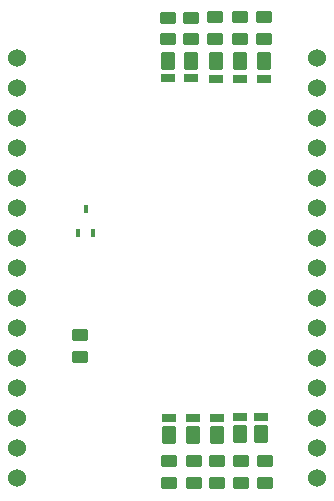
<source format=gbr>
%TF.GenerationSoftware,KiCad,Pcbnew,7.0.8-7.0.8~ubuntu22.04.1*%
%TF.CreationDate,2023-12-23T17:01:05+01:00*%
%TF.ProjectId,Smart_Light,536d6172-745f-44c6-9967-68742e6b6963,rev?*%
%TF.SameCoordinates,Original*%
%TF.FileFunction,Soldermask,Top*%
%TF.FilePolarity,Negative*%
%FSLAX46Y46*%
G04 Gerber Fmt 4.6, Leading zero omitted, Abs format (unit mm)*
G04 Created by KiCad (PCBNEW 7.0.8-7.0.8~ubuntu22.04.1) date 2023-12-23 17:01:05*
%MOMM*%
%LPD*%
G01*
G04 APERTURE LIST*
G04 Aperture macros list*
%AMRoundRect*
0 Rectangle with rounded corners*
0 $1 Rounding radius*
0 $2 $3 $4 $5 $6 $7 $8 $9 X,Y pos of 4 corners*
0 Add a 4 corners polygon primitive as box body*
4,1,4,$2,$3,$4,$5,$6,$7,$8,$9,$2,$3,0*
0 Add four circle primitives for the rounded corners*
1,1,$1+$1,$2,$3*
1,1,$1+$1,$4,$5*
1,1,$1+$1,$6,$7*
1,1,$1+$1,$8,$9*
0 Add four rect primitives between the rounded corners*
20,1,$1+$1,$2,$3,$4,$5,0*
20,1,$1+$1,$4,$5,$6,$7,0*
20,1,$1+$1,$6,$7,$8,$9,0*
20,1,$1+$1,$8,$9,$2,$3,0*%
G04 Aperture macros list end*
%ADD10RoundRect,0.050000X0.530000X-0.325000X0.530000X0.325000X-0.530000X0.325000X-0.530000X-0.325000X0*%
%ADD11RoundRect,0.077333X0.502667X-0.672667X0.502667X0.672667X-0.502667X0.672667X-0.502667X-0.672667X0*%
%ADD12RoundRect,0.250000X0.450000X-0.262500X0.450000X0.262500X-0.450000X0.262500X-0.450000X-0.262500X0*%
%ADD13RoundRect,0.050000X-0.530000X0.325000X-0.530000X-0.325000X0.530000X-0.325000X0.530000X0.325000X0*%
%ADD14RoundRect,0.077333X-0.502667X0.672667X-0.502667X-0.672667X0.502667X-0.672667X0.502667X0.672667X0*%
%ADD15RoundRect,0.250000X-0.450000X0.262500X-0.450000X-0.262500X0.450000X-0.262500X0.450000X0.262500X0*%
%ADD16R,0.450000X0.700000*%
%ADD17C,1.524000*%
G04 APERTURE END LIST*
D10*
%TO.C,D3*%
X143160000Y-106350000D03*
D11*
X143160000Y-107825000D03*
%TD*%
D12*
%TO.C,R11*%
X131610000Y-101190000D03*
X131610000Y-99365000D03*
%TD*%
D13*
%TO.C,D6*%
X139020000Y-77630000D03*
D14*
X139020000Y-76155000D03*
%TD*%
D12*
%TO.C,R3*%
X143200000Y-111885000D03*
X143200000Y-110060000D03*
%TD*%
D10*
%TO.C,D5*%
X139140000Y-106370000D03*
D11*
X139140000Y-107845000D03*
%TD*%
D12*
%TO.C,R5*%
X139150000Y-111875000D03*
X139150000Y-110050000D03*
%TD*%
D15*
%TO.C,R9*%
X145110000Y-72460000D03*
X145110000Y-74285000D03*
%TD*%
D12*
%TO.C,R2*%
X145210000Y-111865000D03*
X145210000Y-110040000D03*
%TD*%
D10*
%TO.C,D2*%
X145160000Y-106290000D03*
D11*
X145160000Y-107765000D03*
%TD*%
D15*
%TO.C,R10*%
X147180000Y-72460000D03*
X147180000Y-74285000D03*
%TD*%
D12*
%TO.C,R1*%
X147230000Y-111865000D03*
X147230000Y-110040000D03*
%TD*%
D15*
%TO.C,R6*%
X139000000Y-72490000D03*
X139000000Y-74315000D03*
%TD*%
D16*
%TO.C,Q1*%
X131410000Y-90710000D03*
X132710000Y-90710000D03*
X132060000Y-88710000D03*
%TD*%
D12*
%TO.C,R4*%
X141200000Y-111875000D03*
X141200000Y-110050000D03*
%TD*%
D15*
%TO.C,R7*%
X141020000Y-72490000D03*
X141020000Y-74315000D03*
%TD*%
D13*
%TO.C,D7*%
X140950000Y-77630000D03*
D14*
X140950000Y-76155000D03*
%TD*%
D15*
%TO.C,R8*%
X143040000Y-72470000D03*
X143040000Y-74295000D03*
%TD*%
D13*
%TO.C,D10*%
X147180000Y-77660000D03*
D14*
X147180000Y-76185000D03*
%TD*%
D13*
%TO.C,D8*%
X143080000Y-77650000D03*
D14*
X143080000Y-76175000D03*
%TD*%
D13*
%TO.C,D9*%
X145140000Y-77650000D03*
D14*
X145140000Y-76175000D03*
%TD*%
D10*
%TO.C,D1*%
X146947500Y-106295000D03*
D11*
X146947500Y-107770000D03*
%TD*%
D10*
%TO.C,D4*%
X141170000Y-106350000D03*
D11*
X141170000Y-107825000D03*
%TD*%
D17*
%TO.C,U1*%
X151645000Y-75900000D03*
X151645000Y-78440000D03*
X151645000Y-80980000D03*
X151645000Y-83520000D03*
X151645000Y-86060000D03*
X151645000Y-88600000D03*
X151645000Y-91140000D03*
X151645000Y-93680000D03*
X151645000Y-96220000D03*
X151645000Y-98760000D03*
X151645000Y-101300000D03*
X151645000Y-103840000D03*
X151645000Y-106380000D03*
X151645000Y-108920000D03*
X151645000Y-111460000D03*
X126245000Y-75900000D03*
X126245000Y-78440000D03*
X126245000Y-80980000D03*
X126245000Y-83520000D03*
X126245000Y-86060000D03*
X126245000Y-88600000D03*
X126245000Y-91140000D03*
X126245000Y-93680000D03*
X126245000Y-96220000D03*
X126245000Y-98760000D03*
X126245000Y-101300000D03*
X126245000Y-103840000D03*
X126245000Y-106380000D03*
X126245000Y-108920000D03*
X126245000Y-111460000D03*
%TD*%
M02*

</source>
